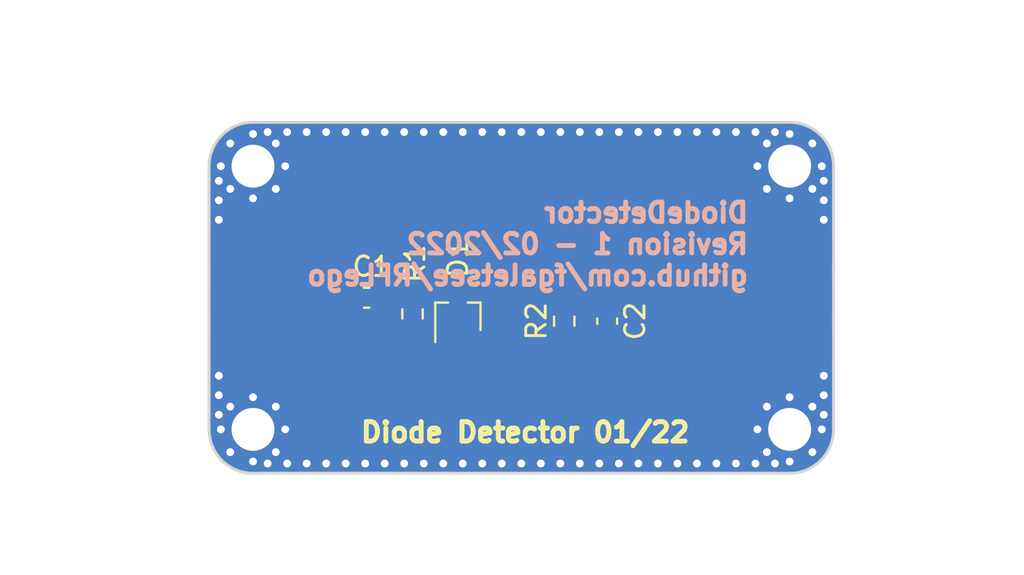
<source format=kicad_pcb>
(kicad_pcb (version 20171130) (host pcbnew "(5.1.8)-1")

  (general
    (thickness 1.6)
    (drawings 36)
    (tracks 76)
    (zones 0)
    (modules 11)
    (nets 5)
  )

  (page A4)
  (layers
    (0 F.Cu signal hide)
    (31 B.Cu signal hide)
    (32 B.Adhes user hide)
    (33 F.Adhes user hide)
    (34 B.Paste user hide)
    (35 F.Paste user hide)
    (36 B.SilkS user)
    (37 F.SilkS user hide)
    (38 B.Mask user hide)
    (39 F.Mask user hide)
    (40 Dwgs.User user)
    (41 Cmts.User user)
    (42 Eco1.User user)
    (43 Eco2.User user)
    (44 Edge.Cuts user)
    (45 Margin user)
    (46 B.CrtYd user)
    (47 F.CrtYd user)
    (48 B.Fab user)
    (49 F.Fab user hide)
  )

  (setup
    (last_trace_width 0.22)
    (trace_clearance 0.2)
    (zone_clearance 0)
    (zone_45_only no)
    (trace_min 0.2)
    (via_size 0.7)
    (via_drill 0.4)
    (via_min_size 0.6)
    (via_min_drill 0.3)
    (uvia_size 0.3)
    (uvia_drill 0.1)
    (uvias_allowed no)
    (uvia_min_size 0.2)
    (uvia_min_drill 0.1)
    (edge_width 0.15)
    (segment_width 0.15)
    (pcb_text_width 0.3)
    (pcb_text_size 1.5 1.5)
    (mod_edge_width 0.15)
    (mod_text_size 1 1)
    (mod_text_width 0.15)
    (pad_size 4.064 1.524)
    (pad_drill 0)
    (pad_to_mask_clearance 0.051)
    (solder_mask_min_width 0.25)
    (aux_axis_origin 100 100)
    (grid_origin 100 100)
    (visible_elements 7FFFFFFF)
    (pcbplotparams
      (layerselection 0x010fc_ffffffff)
      (usegerberextensions false)
      (usegerberattributes false)
      (usegerberadvancedattributes false)
      (creategerberjobfile false)
      (excludeedgelayer true)
      (linewidth 0.100000)
      (plotframeref false)
      (viasonmask false)
      (mode 1)
      (useauxorigin true)
      (hpglpennumber 1)
      (hpglpenspeed 20)
      (hpglpendiameter 15.000000)
      (psnegative false)
      (psa4output false)
      (plotreference true)
      (plotvalue true)
      (plotinvisibletext false)
      (padsonsilk false)
      (subtractmaskfromsilk false)
      (outputformat 1)
      (mirror false)
      (drillshape 0)
      (scaleselection 1)
      (outputdirectory ""))
  )

  (net 0 "")
  (net 1 GND)
  (net 2 "Net-(C2-Pad2)")
  (net 3 /RF_diode_50)
  (net 4 /Rf_in50)

  (net_class Default "This is the default net class."
    (clearance 0.2)
    (trace_width 0.22)
    (via_dia 0.7)
    (via_drill 0.4)
    (uvia_dia 0.3)
    (uvia_drill 0.1)
    (diff_pair_width 0.2)
    (diff_pair_gap 0.2)
    (add_net GND)
    (add_net "Net-(C2-Pad2)")
  )

  (net_class "50 Ohm thin" ""
    (clearance 0.19)
    (trace_width 1)
    (via_dia 0.7)
    (via_drill 0.4)
    (uvia_dia 0.3)
    (uvia_drill 0.1)
    (diff_pair_width 0.2)
    (diff_pair_gap 0.2)
  )

  (net_class 50Ohm ""
    (clearance 0.32)
    (trace_width 1.5)
    (via_dia 0.7)
    (via_drill 0.4)
    (uvia_dia 0.3)
    (uvia_drill 0.1)
    (diff_pair_width 0.2)
    (diff_pair_gap 0.2)
    (add_net /RF_diode_50)
    (add_net /Rf_in50)
  )

  (module MountingHole:MountingHole_2.2mm_M2_Pad_Via (layer F.Cu) (tedit 5C589B5C) (tstamp 5C654A6F)
    (at 102.25 102.25)
    (descr "Mounting Hole 2.2mm, M2")
    (tags "mounting hole 2.2mm m2")
    (path /5C581276)
    (attr virtual)
    (fp_text reference H1 (at 0 -3.2) (layer F.SilkS) hide
      (effects (font (size 1 1) (thickness 0.15)))
    )
    (fp_text value MountingHole_Pad (at 0 3.2) (layer F.Fab)
      (effects (font (size 1 1) (thickness 0.15)))
    )
    (fp_circle (center 0 0) (end 2.45 0) (layer F.CrtYd) (width 0.05))
    (fp_circle (center 0 0) (end 2.2 0) (layer Cmts.User) (width 0.15))
    (fp_text user %R (at 0.3 0) (layer F.Fab)
      (effects (font (size 1 1) (thickness 0.15)))
    )
    (pad 1 thru_hole circle (at 0 0) (size 4.4 4.4) (drill 2.2) (layers *.Cu *.Mask)
      (net 1 GND))
    (pad 1 thru_hole circle (at 1.65 0) (size 0.7 0.7) (drill 0.4) (layers *.Cu *.Mask)
      (net 1 GND))
    (pad 1 thru_hole circle (at 1.166726 1.166726) (size 0.7 0.7) (drill 0.4) (layers *.Cu *.Mask)
      (net 1 GND))
    (pad 1 thru_hole circle (at 0 1.65) (size 0.7 0.7) (drill 0.4) (layers *.Cu *.Mask)
      (net 1 GND))
    (pad 1 thru_hole circle (at -1.166726 1.166726) (size 0.7 0.7) (drill 0.4) (layers *.Cu *.Mask)
      (net 1 GND))
    (pad 1 thru_hole circle (at -1.65 0) (size 0.7 0.7) (drill 0.4) (layers *.Cu *.Mask)
      (net 1 GND))
    (pad 1 thru_hole circle (at -1.166726 -1.166726) (size 0.7 0.7) (drill 0.4) (layers *.Cu *.Mask)
      (net 1 GND))
    (pad 1 thru_hole circle (at 0 -1.65) (size 0.7 0.7) (drill 0.4) (layers *.Cu *.Mask)
      (net 1 GND))
    (pad 1 thru_hole circle (at 1.166726 -1.166726) (size 0.7 0.7) (drill 0.4) (layers *.Cu *.Mask)
      (net 1 GND))
  )

  (module MountingHole:MountingHole_2.2mm_M2_Pad_Via (layer F.Cu) (tedit 5C589B60) (tstamp 5C654BAF)
    (at 102.25 115.75)
    (descr "Mounting Hole 2.2mm, M2")
    (tags "mounting hole 2.2mm m2")
    (path /5C58129C)
    (attr virtual)
    (fp_text reference H2 (at 0 -3.2) (layer F.SilkS) hide
      (effects (font (size 1 1) (thickness 0.15)))
    )
    (fp_text value MountingHole_Pad (at 0 3.2) (layer F.Fab)
      (effects (font (size 1 1) (thickness 0.15)))
    )
    (fp_circle (center 0 0) (end 2.2 0) (layer Cmts.User) (width 0.15))
    (fp_circle (center 0 0) (end 2.45 0) (layer F.CrtYd) (width 0.05))
    (fp_text user %R (at 0.3 0) (layer F.Fab)
      (effects (font (size 1 1) (thickness 0.15)))
    )
    (pad 1 thru_hole circle (at 1.166726 -1.166726) (size 0.7 0.7) (drill 0.4) (layers *.Cu *.Mask)
      (net 1 GND))
    (pad 1 thru_hole circle (at 0 -1.65) (size 0.7 0.7) (drill 0.4) (layers *.Cu *.Mask)
      (net 1 GND))
    (pad 1 thru_hole circle (at -1.166726 -1.166726) (size 0.7 0.7) (drill 0.4) (layers *.Cu *.Mask)
      (net 1 GND))
    (pad 1 thru_hole circle (at -1.65 0) (size 0.7 0.7) (drill 0.4) (layers *.Cu *.Mask)
      (net 1 GND))
    (pad 1 thru_hole circle (at -1.166726 1.166726) (size 0.7 0.7) (drill 0.4) (layers *.Cu *.Mask)
      (net 1 GND))
    (pad 1 thru_hole circle (at 0 1.65) (size 0.7 0.7) (drill 0.4) (layers *.Cu *.Mask)
      (net 1 GND))
    (pad 1 thru_hole circle (at 1.166726 1.166726) (size 0.7 0.7) (drill 0.4) (layers *.Cu *.Mask)
      (net 1 GND))
    (pad 1 thru_hole circle (at 1.65 0) (size 0.7 0.7) (drill 0.4) (layers *.Cu *.Mask)
      (net 1 GND))
    (pad 1 thru_hole circle (at 0 0) (size 4.4 4.4) (drill 2.2) (layers *.Cu *.Mask)
      (net 1 GND))
  )

  (module MountingHole:MountingHole_2.2mm_M2_Pad_Via (layer F.Cu) (tedit 5C589B6A) (tstamp 5C654A8F)
    (at 129.75 102.25)
    (descr "Mounting Hole 2.2mm, M2")
    (tags "mounting hole 2.2mm m2")
    (path /5C589BDE)
    (attr virtual)
    (fp_text reference H3 (at 0 -3.2) (layer F.SilkS) hide
      (effects (font (size 1 1) (thickness 0.15)))
    )
    (fp_text value MountingHole_Pad (at 0 3.2) (layer F.Fab)
      (effects (font (size 1 1) (thickness 0.15)))
    )
    (fp_circle (center 0 0) (end 2.45 0) (layer F.CrtYd) (width 0.05))
    (fp_circle (center 0 0) (end 2.2 0) (layer Cmts.User) (width 0.15))
    (fp_text user %R (at 0.3 0) (layer F.Fab)
      (effects (font (size 1 1) (thickness 0.15)))
    )
    (pad 1 thru_hole circle (at 0 0) (size 4.4 4.4) (drill 2.2) (layers *.Cu *.Mask)
      (net 1 GND))
    (pad 1 thru_hole circle (at 1.65 0) (size 0.7 0.7) (drill 0.4) (layers *.Cu *.Mask)
      (net 1 GND))
    (pad 1 thru_hole circle (at 1.166726 1.166726) (size 0.7 0.7) (drill 0.4) (layers *.Cu *.Mask)
      (net 1 GND))
    (pad 1 thru_hole circle (at 0 1.65) (size 0.7 0.7) (drill 0.4) (layers *.Cu *.Mask)
      (net 1 GND))
    (pad 1 thru_hole circle (at -1.166726 1.166726) (size 0.7 0.7) (drill 0.4) (layers *.Cu *.Mask)
      (net 1 GND))
    (pad 1 thru_hole circle (at -1.65 0) (size 0.7 0.7) (drill 0.4) (layers *.Cu *.Mask)
      (net 1 GND))
    (pad 1 thru_hole circle (at -1.166726 -1.166726) (size 0.7 0.7) (drill 0.4) (layers *.Cu *.Mask)
      (net 1 GND))
    (pad 1 thru_hole circle (at 0 -1.65) (size 0.7 0.7) (drill 0.4) (layers *.Cu *.Mask)
      (net 1 GND))
    (pad 1 thru_hole circle (at 1.166726 -1.166726) (size 0.7 0.7) (drill 0.4) (layers *.Cu *.Mask)
      (net 1 GND))
  )

  (module MountingHole:MountingHole_2.2mm_M2_Pad_Via (layer F.Cu) (tedit 5C589B67) (tstamp 5C654A9F)
    (at 129.75 115.75)
    (descr "Mounting Hole 2.2mm, M2")
    (tags "mounting hole 2.2mm m2")
    (path /5C589CB1)
    (attr virtual)
    (fp_text reference H4 (at 0 -3.2) (layer F.SilkS) hide
      (effects (font (size 1 1) (thickness 0.15)))
    )
    (fp_text value MountingHole_Pad (at 0 3.2) (layer F.Fab)
      (effects (font (size 1 1) (thickness 0.15)))
    )
    (fp_circle (center 0 0) (end 2.2 0) (layer Cmts.User) (width 0.15))
    (fp_circle (center 0 0) (end 2.45 0) (layer F.CrtYd) (width 0.05))
    (fp_text user %R (at 0.3 0) (layer F.Fab)
      (effects (font (size 1 1) (thickness 0.15)))
    )
    (pad 1 thru_hole circle (at 1.166726 -1.166726) (size 0.7 0.7) (drill 0.4) (layers *.Cu *.Mask)
      (net 1 GND))
    (pad 1 thru_hole circle (at 0 -1.65) (size 0.7 0.7) (drill 0.4) (layers *.Cu *.Mask)
      (net 1 GND))
    (pad 1 thru_hole circle (at -1.166726 -1.166726) (size 0.7 0.7) (drill 0.4) (layers *.Cu *.Mask)
      (net 1 GND))
    (pad 1 thru_hole circle (at -1.65 0) (size 0.7 0.7) (drill 0.4) (layers *.Cu *.Mask)
      (net 1 GND))
    (pad 1 thru_hole circle (at -1.166726 1.166726) (size 0.7 0.7) (drill 0.4) (layers *.Cu *.Mask)
      (net 1 GND))
    (pad 1 thru_hole circle (at 0 1.65) (size 0.7 0.7) (drill 0.4) (layers *.Cu *.Mask)
      (net 1 GND))
    (pad 1 thru_hole circle (at 1.166726 1.166726) (size 0.7 0.7) (drill 0.4) (layers *.Cu *.Mask)
      (net 1 GND))
    (pad 1 thru_hole circle (at 1.65 0) (size 0.7 0.7) (drill 0.4) (layers *.Cu *.Mask)
      (net 1 GND))
    (pad 1 thru_hole circle (at 0 0) (size 4.4 4.4) (drill 2.2) (layers *.Cu *.Mask)
      (net 1 GND))
  )

  (module RFLego_Footprint:SMA_Edge (layer F.Cu) (tedit 5C589B63) (tstamp 5C654AA8)
    (at 100 109)
    (path /5C58165C)
    (fp_text reference J1 (at 2.1336 4.6482) (layer F.SilkS) hide
      (effects (font (size 1 1) (thickness 0.15)))
    )
    (fp_text value SMA (at 1.27 6.35) (layer F.Fab) hide
      (effects (font (size 1 1) (thickness 0.15)))
    )
    (pad 1 smd rect (at 2.032 0) (size 4.064 1.524) (layers F.Cu F.Mask)
      (net 4 /Rf_in50))
    (pad 2 smd rect (at 2.032 -2.54) (size 4.064 1.524) (layers F.Cu F.Mask)
      (net 1 GND))
    (pad 2 smd rect (at 2.032 2.54) (size 4.064 1.524) (layers B.Cu B.Mask)
      (net 1 GND))
    (pad 2 smd rect (at 2.032 -2.54) (size 4.064 1.524) (layers B.Cu B.Mask)
      (net 1 GND))
    (pad 2 smd rect (at 2.032 2.54) (size 4.064 1.524) (layers F.Cu F.Mask)
      (net 1 GND))
  )

  (module RFLego_Footprint:SMA_Edge (layer F.Cu) (tedit 5C58AA95) (tstamp 5C654AB1)
    (at 127.968 109)
    (path /5C581B40)
    (fp_text reference J2 (at 2.1336 4.6482) (layer F.SilkS) hide
      (effects (font (size 1 1) (thickness 0.15)))
    )
    (fp_text value SMA (at 1.27 6.35) (layer F.Fab) hide
      (effects (font (size 1 1) (thickness 0.15)))
    )
    (pad 2 smd rect (at 2.032 2.54) (size 4.064 1.524) (layers F.Cu F.Mask)
      (net 1 GND))
    (pad 2 smd rect (at 2.032 -2.54) (size 4.064 1.524) (layers B.Cu B.Mask)
      (net 1 GND))
    (pad 2 smd rect (at 2.032 2.54) (size 4.064 1.524) (layers B.Cu B.Mask)
      (net 1 GND))
    (pad 2 smd rect (at 2.032 -2.54) (size 4.064 1.524) (layers F.Cu F.Mask)
      (net 1 GND))
    (pad 1 smd rect (at 2.032 0) (size 4.064 1.524) (layers F.Cu F.Mask)
      (net 2 "Net-(C2-Pad2)"))
  )

  (module Capacitor_SMD:C_0603_1608Metric (layer F.Cu) (tedit 5F68FEEE) (tstamp 61DB6394)
    (at 108.075 109 180)
    (descr "Capacitor SMD 0603 (1608 Metric), square (rectangular) end terminal, IPC_7351 nominal, (Body size source: IPC-SM-782 page 76, https://www.pcb-3d.com/wordpress/wp-content/uploads/ipc-sm-782a_amendment_1_and_2.pdf), generated with kicad-footprint-generator")
    (tags capacitor)
    (path /61DBCF74)
    (attr smd)
    (fp_text reference C1 (at -0.25 1.6) (layer F.SilkS)
      (effects (font (size 1 1) (thickness 0.15)))
    )
    (fp_text value C (at 0 1.43) (layer F.Fab)
      (effects (font (size 1 1) (thickness 0.15)))
    )
    (fp_line (start 1.48 0.73) (end -1.48 0.73) (layer F.CrtYd) (width 0.05))
    (fp_line (start 1.48 -0.73) (end 1.48 0.73) (layer F.CrtYd) (width 0.05))
    (fp_line (start -1.48 -0.73) (end 1.48 -0.73) (layer F.CrtYd) (width 0.05))
    (fp_line (start -1.48 0.73) (end -1.48 -0.73) (layer F.CrtYd) (width 0.05))
    (fp_line (start -0.14058 0.51) (end 0.14058 0.51) (layer F.SilkS) (width 0.12))
    (fp_line (start -0.14058 -0.51) (end 0.14058 -0.51) (layer F.SilkS) (width 0.12))
    (fp_line (start 0.8 0.4) (end -0.8 0.4) (layer F.Fab) (width 0.1))
    (fp_line (start 0.8 -0.4) (end 0.8 0.4) (layer F.Fab) (width 0.1))
    (fp_line (start -0.8 -0.4) (end 0.8 -0.4) (layer F.Fab) (width 0.1))
    (fp_line (start -0.8 0.4) (end -0.8 -0.4) (layer F.Fab) (width 0.1))
    (fp_text user %R (at 0 0) (layer F.Fab)
      (effects (font (size 0.4 0.4) (thickness 0.06)))
    )
    (pad 1 smd roundrect (at -0.775 0 180) (size 0.9 0.95) (layers F.Cu F.Paste F.Mask) (roundrect_rratio 0.25)
      (net 3 /RF_diode_50))
    (pad 2 smd roundrect (at 0.775 0 180) (size 0.9 0.95) (layers F.Cu F.Paste F.Mask) (roundrect_rratio 0.25)
      (net 4 /Rf_in50))
    (model ${KISYS3DMOD}/Capacitor_SMD.3dshapes/C_0603_1608Metric.wrl
      (at (xyz 0 0 0))
      (scale (xyz 1 1 1))
      (rotate (xyz 0 0 0))
    )
  )

  (module Capacitor_SMD:C_0603_1608Metric (layer F.Cu) (tedit 5F68FEEE) (tstamp 61DB63A5)
    (at 120.4 110.2 270)
    (descr "Capacitor SMD 0603 (1608 Metric), square (rectangular) end terminal, IPC_7351 nominal, (Body size source: IPC-SM-782 page 76, https://www.pcb-3d.com/wordpress/wp-content/uploads/ipc-sm-782a_amendment_1_and_2.pdf), generated with kicad-footprint-generator")
    (tags capacitor)
    (path /61DBD6C3)
    (attr smd)
    (fp_text reference C2 (at 0 -1.43 90) (layer F.SilkS)
      (effects (font (size 1 1) (thickness 0.15)))
    )
    (fp_text value C (at 0 1.43 90) (layer F.Fab)
      (effects (font (size 1 1) (thickness 0.15)))
    )
    (fp_text user %R (at 0 0 90) (layer F.Fab)
      (effects (font (size 0.4 0.4) (thickness 0.06)))
    )
    (fp_line (start -0.8 0.4) (end -0.8 -0.4) (layer F.Fab) (width 0.1))
    (fp_line (start -0.8 -0.4) (end 0.8 -0.4) (layer F.Fab) (width 0.1))
    (fp_line (start 0.8 -0.4) (end 0.8 0.4) (layer F.Fab) (width 0.1))
    (fp_line (start 0.8 0.4) (end -0.8 0.4) (layer F.Fab) (width 0.1))
    (fp_line (start -0.14058 -0.51) (end 0.14058 -0.51) (layer F.SilkS) (width 0.12))
    (fp_line (start -0.14058 0.51) (end 0.14058 0.51) (layer F.SilkS) (width 0.12))
    (fp_line (start -1.48 0.73) (end -1.48 -0.73) (layer F.CrtYd) (width 0.05))
    (fp_line (start -1.48 -0.73) (end 1.48 -0.73) (layer F.CrtYd) (width 0.05))
    (fp_line (start 1.48 -0.73) (end 1.48 0.73) (layer F.CrtYd) (width 0.05))
    (fp_line (start 1.48 0.73) (end -1.48 0.73) (layer F.CrtYd) (width 0.05))
    (pad 2 smd roundrect (at 0.775 0 270) (size 0.9 0.95) (layers F.Cu F.Paste F.Mask) (roundrect_rratio 0.25)
      (net 2 "Net-(C2-Pad2)"))
    (pad 1 smd roundrect (at -0.775 0 270) (size 0.9 0.95) (layers F.Cu F.Paste F.Mask) (roundrect_rratio 0.25)
      (net 1 GND))
    (model ${KISYS3DMOD}/Capacitor_SMD.3dshapes/C_0603_1608Metric.wrl
      (at (xyz 0 0 0))
      (scale (xyz 1 1 1))
      (rotate (xyz 0 0 0))
    )
  )

  (module Package_TO_SOT_SMD:SOT-323_SC-70 (layer F.Cu) (tedit 5A02FF57) (tstamp 61DB63BA)
    (at 112.75 109.975 90)
    (descr "SOT-323, SC-70")
    (tags "SOT-323 SC-70")
    (path /61DB83CC)
    (attr smd)
    (fp_text reference D1 (at 2.975 0 90) (layer F.SilkS)
      (effects (font (size 1 1) (thickness 0.15)))
    )
    (fp_text value BAT15-04W (at -0.05 2.05 90) (layer F.Fab)
      (effects (font (size 1 1) (thickness 0.15)))
    )
    (fp_line (start -0.18 -1.1) (end -0.68 -0.6) (layer F.Fab) (width 0.1))
    (fp_line (start 0.67 1.1) (end -0.68 1.1) (layer F.Fab) (width 0.1))
    (fp_line (start 0.67 -1.1) (end 0.67 1.1) (layer F.Fab) (width 0.1))
    (fp_line (start -0.68 -0.6) (end -0.68 1.1) (layer F.Fab) (width 0.1))
    (fp_line (start 0.67 -1.1) (end -0.18 -1.1) (layer F.Fab) (width 0.1))
    (fp_line (start -0.68 1.16) (end 0.73 1.16) (layer F.SilkS) (width 0.12))
    (fp_line (start 0.73 -1.16) (end -1.3 -1.16) (layer F.SilkS) (width 0.12))
    (fp_line (start -1.7 1.3) (end -1.7 -1.3) (layer F.CrtYd) (width 0.05))
    (fp_line (start -1.7 -1.3) (end 1.7 -1.3) (layer F.CrtYd) (width 0.05))
    (fp_line (start 1.7 -1.3) (end 1.7 1.3) (layer F.CrtYd) (width 0.05))
    (fp_line (start 1.7 1.3) (end -1.7 1.3) (layer F.CrtYd) (width 0.05))
    (fp_line (start 0.73 -1.16) (end 0.73 -0.5) (layer F.SilkS) (width 0.12))
    (fp_line (start 0.73 0.5) (end 0.73 1.16) (layer F.SilkS) (width 0.12))
    (fp_text user %R (at 0 0) (layer F.Fab)
      (effects (font (size 0.5 0.5) (thickness 0.075)))
    )
    (pad 1 smd rect (at -1 -0.65) (size 0.45 0.7) (layers F.Cu F.Paste F.Mask)
      (net 1 GND))
    (pad 2 smd rect (at -1 0.65) (size 0.45 0.7) (layers F.Cu F.Paste F.Mask)
      (net 2 "Net-(C2-Pad2)"))
    (pad 3 smd rect (at 1 0) (size 0.45 0.7) (layers F.Cu F.Paste F.Mask)
      (net 3 /RF_diode_50))
    (model ${KISYS3DMOD}/Package_TO_SOT_SMD.3dshapes/SOT-323_SC-70.wrl
      (at (xyz 0 0 0))
      (scale (xyz 1 1 1))
      (rotate (xyz 0 0 0))
    )
  )

  (module Resistor_SMD:R_0603_1608Metric (layer F.Cu) (tedit 5F68FEEE) (tstamp 61DB63CB)
    (at 110.425 109.825 270)
    (descr "Resistor SMD 0603 (1608 Metric), square (rectangular) end terminal, IPC_7351 nominal, (Body size source: IPC-SM-782 page 72, https://www.pcb-3d.com/wordpress/wp-content/uploads/ipc-sm-782a_amendment_1_and_2.pdf), generated with kicad-footprint-generator")
    (tags resistor)
    (path /61DBE6B7)
    (attr smd)
    (fp_text reference R1 (at -2.575 -0.125 90) (layer F.SilkS)
      (effects (font (size 1 1) (thickness 0.15)))
    )
    (fp_text value 50 (at 0 1.43 90) (layer F.Fab)
      (effects (font (size 1 1) (thickness 0.15)))
    )
    (fp_text user %R (at 0 0 90) (layer F.Fab)
      (effects (font (size 0.4 0.4) (thickness 0.06)))
    )
    (fp_line (start -0.8 0.4125) (end -0.8 -0.4125) (layer F.Fab) (width 0.1))
    (fp_line (start -0.8 -0.4125) (end 0.8 -0.4125) (layer F.Fab) (width 0.1))
    (fp_line (start 0.8 -0.4125) (end 0.8 0.4125) (layer F.Fab) (width 0.1))
    (fp_line (start 0.8 0.4125) (end -0.8 0.4125) (layer F.Fab) (width 0.1))
    (fp_line (start -0.237258 -0.5225) (end 0.237258 -0.5225) (layer F.SilkS) (width 0.12))
    (fp_line (start -0.237258 0.5225) (end 0.237258 0.5225) (layer F.SilkS) (width 0.12))
    (fp_line (start -1.48 0.73) (end -1.48 -0.73) (layer F.CrtYd) (width 0.05))
    (fp_line (start -1.48 -0.73) (end 1.48 -0.73) (layer F.CrtYd) (width 0.05))
    (fp_line (start 1.48 -0.73) (end 1.48 0.73) (layer F.CrtYd) (width 0.05))
    (fp_line (start 1.48 0.73) (end -1.48 0.73) (layer F.CrtYd) (width 0.05))
    (pad 2 smd roundrect (at 0.825 0 270) (size 0.8 0.95) (layers F.Cu F.Paste F.Mask) (roundrect_rratio 0.25)
      (net 1 GND))
    (pad 1 smd roundrect (at -0.825 0 270) (size 0.8 0.95) (layers F.Cu F.Paste F.Mask) (roundrect_rratio 0.25)
      (net 3 /RF_diode_50))
    (model ${KISYS3DMOD}/Resistor_SMD.3dshapes/R_0603_1608Metric.wrl
      (at (xyz 0 0 0))
      (scale (xyz 1 1 1))
      (rotate (xyz 0 0 0))
    )
  )

  (module Resistor_SMD:R_0603_1608Metric (layer F.Cu) (tedit 5F68FEEE) (tstamp 61DB6735)
    (at 118.2 110.2 90)
    (descr "Resistor SMD 0603 (1608 Metric), square (rectangular) end terminal, IPC_7351 nominal, (Body size source: IPC-SM-782 page 72, https://www.pcb-3d.com/wordpress/wp-content/uploads/ipc-sm-782a_amendment_1_and_2.pdf), generated with kicad-footprint-generator")
    (tags resistor)
    (path /61DBE07C)
    (attr smd)
    (fp_text reference R2 (at 0 -1.43 90) (layer F.SilkS)
      (effects (font (size 1 1) (thickness 0.15)))
    )
    (fp_text value R (at 0 1.43 90) (layer F.Fab)
      (effects (font (size 1 1) (thickness 0.15)))
    )
    (fp_line (start 1.48 0.73) (end -1.48 0.73) (layer F.CrtYd) (width 0.05))
    (fp_line (start 1.48 -0.73) (end 1.48 0.73) (layer F.CrtYd) (width 0.05))
    (fp_line (start -1.48 -0.73) (end 1.48 -0.73) (layer F.CrtYd) (width 0.05))
    (fp_line (start -1.48 0.73) (end -1.48 -0.73) (layer F.CrtYd) (width 0.05))
    (fp_line (start -0.237258 0.5225) (end 0.237258 0.5225) (layer F.SilkS) (width 0.12))
    (fp_line (start -0.237258 -0.5225) (end 0.237258 -0.5225) (layer F.SilkS) (width 0.12))
    (fp_line (start 0.8 0.4125) (end -0.8 0.4125) (layer F.Fab) (width 0.1))
    (fp_line (start 0.8 -0.4125) (end 0.8 0.4125) (layer F.Fab) (width 0.1))
    (fp_line (start -0.8 -0.4125) (end 0.8 -0.4125) (layer F.Fab) (width 0.1))
    (fp_line (start -0.8 0.4125) (end -0.8 -0.4125) (layer F.Fab) (width 0.1))
    (fp_text user %R (at 0 0 90) (layer F.Fab)
      (effects (font (size 0.4 0.4) (thickness 0.06)))
    )
    (pad 1 smd roundrect (at -0.825 0 90) (size 0.8 0.95) (layers F.Cu F.Paste F.Mask) (roundrect_rratio 0.25)
      (net 2 "Net-(C2-Pad2)"))
    (pad 2 smd roundrect (at 0.825 0 90) (size 0.8 0.95) (layers F.Cu F.Paste F.Mask) (roundrect_rratio 0.25)
      (net 1 GND))
    (model ${KISYS3DMOD}/Resistor_SMD.3dshapes/R_0603_1608Metric.wrl
      (at (xyz 0 0 0))
      (scale (xyz 1 1 1))
      (rotate (xyz 0 0 0))
    )
  )

  (gr_text "Diode Detector 01/22\n" (at 116.2 115.9) (layer F.SilkS)
    (effects (font (size 1 1) (thickness 0.25)))
  )
  (dimension 18 (width 0.3) (layer Cmts.User)
    (gr_text "18.000 mm" (at 139.85 109 270) (layer Cmts.User)
      (effects (font (size 1.5 1.5) (thickness 0.3)))
    )
    (feature1 (pts (xy 129.75 118) (xy 138.336421 118)))
    (feature2 (pts (xy 129.75 100) (xy 138.336421 100)))
    (crossbar (pts (xy 137.75 100) (xy 137.75 118)))
    (arrow1a (pts (xy 137.75 118) (xy 137.163579 116.873496)))
    (arrow1b (pts (xy 137.75 118) (xy 138.336421 116.873496)))
    (arrow2a (pts (xy 137.75 100) (xy 137.163579 101.126504)))
    (arrow2b (pts (xy 137.75 100) (xy 138.336421 101.126504)))
  )
  (dimension 32 (width 0.3) (layer Cmts.User)
    (gr_text "32.000 mm" (at 116 124.6) (layer Cmts.User)
      (effects (font (size 1.5 1.5) (thickness 0.3)))
    )
    (feature1 (pts (xy 132 115.75) (xy 132 123.086421)))
    (feature2 (pts (xy 100 115.75) (xy 100 123.086421)))
    (crossbar (pts (xy 100 122.5) (xy 132 122.5)))
    (arrow1a (pts (xy 132 122.5) (xy 130.873496 123.086421)))
    (arrow1b (pts (xy 132 122.5) (xy 130.873496 121.913579)))
    (arrow2a (pts (xy 100 122.5) (xy 101.126504 123.086421)))
    (arrow2b (pts (xy 100 122.5) (xy 101.126504 121.913579)))
  )
  (dimension 2.25 (width 0.25) (layer Dwgs.User)
    (gr_text "2.25 mm" (at 93 116.875 90) (layer Dwgs.User)
      (effects (font (size 1 1) (thickness 0.25)))
    )
    (feature1 (pts (xy 102.25 115.75) (xy 93.913579 115.75)))
    (feature2 (pts (xy 102.25 118) (xy 93.913579 118)))
    (crossbar (pts (xy 94.5 118) (xy 94.5 115.75)))
    (arrow1a (pts (xy 94.5 115.75) (xy 95.086421 116.876504)))
    (arrow1b (pts (xy 94.5 115.75) (xy 93.913579 116.876504)))
    (arrow2a (pts (xy 94.5 118) (xy 95.086421 116.873496)))
    (arrow2b (pts (xy 94.5 118) (xy 93.913579 116.873496)))
  )
  (dimension 13.5 (width 0.25) (layer Dwgs.User)
    (gr_text "13.50 mm" (at 93 109 90) (layer Dwgs.User)
      (effects (font (size 1 1) (thickness 0.25)))
    )
    (feature1 (pts (xy 102.25 102.25) (xy 93.913579 102.25)))
    (feature2 (pts (xy 102.25 115.75) (xy 93.913579 115.75)))
    (crossbar (pts (xy 94.5 115.75) (xy 94.5 102.25)))
    (arrow1a (pts (xy 94.5 102.25) (xy 95.086421 103.376504)))
    (arrow1b (pts (xy 94.5 102.25) (xy 93.913579 103.376504)))
    (arrow2a (pts (xy 94.5 115.75) (xy 95.086421 114.623496)))
    (arrow2b (pts (xy 94.5 115.75) (xy 93.913579 114.623496)))
  )
  (dimension 2.25 (width 0.25) (layer Dwgs.User)
    (gr_text "2.25 mm" (at 93 101.125 90) (layer Dwgs.User)
      (effects (font (size 1 1) (thickness 0.25)))
    )
    (feature1 (pts (xy 102.25 100) (xy 93.913579 100)))
    (feature2 (pts (xy 102.25 102.25) (xy 93.913579 102.25)))
    (crossbar (pts (xy 94.5 102.25) (xy 94.5 100)))
    (arrow1a (pts (xy 94.5 100) (xy 95.086421 101.126504)))
    (arrow1b (pts (xy 94.5 100) (xy 93.913579 101.126504)))
    (arrow2a (pts (xy 94.5 102.25) (xy 95.086421 101.123496)))
    (arrow2b (pts (xy 94.5 102.25) (xy 93.913579 101.123496)))
  )
  (dimension 27.5 (width 0.25) (layer Dwgs.User)
    (gr_text "27.500 mm" (at 116 94.5) (layer Dwgs.User)
      (effects (font (size 1 1) (thickness 0.25)))
    )
    (feature1 (pts (xy 102.25 102.25) (xy 102.25 95.413579)))
    (feature2 (pts (xy 129.75 102.25) (xy 129.75 95.413579)))
    (crossbar (pts (xy 129.75 96) (xy 102.25 96)))
    (arrow1a (pts (xy 102.25 96) (xy 103.376504 95.413579)))
    (arrow1b (pts (xy 102.25 96) (xy 103.376504 96.586421)))
    (arrow2a (pts (xy 129.75 96) (xy 128.623496 95.413579)))
    (arrow2b (pts (xy 129.75 96) (xy 128.623496 96.586421)))
  )
  (dimension 2.25 (width 0.25) (layer Dwgs.User)
    (gr_text "2.250 mm" (at 130.875 94.5) (layer Dwgs.User)
      (effects (font (size 1 1) (thickness 0.25)))
    )
    (feature1 (pts (xy 132 102.25) (xy 132 95.413579)))
    (feature2 (pts (xy 129.75 102.25) (xy 129.75 95.413579)))
    (crossbar (pts (xy 129.75 96) (xy 132 96)))
    (arrow1a (pts (xy 132 96) (xy 130.873496 96.586421)))
    (arrow1b (pts (xy 132 96) (xy 130.873496 95.413579)))
    (arrow2a (pts (xy 129.75 96) (xy 130.876504 96.586421)))
    (arrow2b (pts (xy 129.75 96) (xy 130.876504 95.413579)))
  )
  (dimension 2.25 (width 0.25) (layer Dwgs.User)
    (gr_text "2.250 mm" (at 101.125 94.5) (layer Dwgs.User)
      (effects (font (size 1 1) (thickness 0.25)))
    )
    (feature1 (pts (xy 100 102.25) (xy 100 95.413579)))
    (feature2 (pts (xy 102.25 102.25) (xy 102.25 95.413579)))
    (crossbar (pts (xy 102.25 96) (xy 100 96)))
    (arrow1a (pts (xy 100 96) (xy 101.126504 95.413579)))
    (arrow1b (pts (xy 100 96) (xy 101.126504 96.586421)))
    (arrow2a (pts (xy 102.25 96) (xy 101.123496 95.413579)))
    (arrow2b (pts (xy 102.25 96) (xy 101.123496 96.586421)))
  )
  (gr_line (start 132 111.73) (end 132 115.75) (layer F.Mask) (width 2) (tstamp 5C7683BB))
  (gr_line (start 100 111.73) (end 100 115.75) (layer F.Mask) (width 2) (tstamp 5C76830C))
  (gr_text "DiodeDetector\nRevision 1 - 02/2022\ngithub.com/fgaletsee/RFLego" (at 127.75 106.25) (layer B.SilkS)
    (effects (font (size 1 1) (thickness 0.25)) (justify left mirror))
  )
  (gr_arc (start 102.25 115.75) (end 100 115.75) (angle -90) (layer Edge.Cuts) (width 0.15) (tstamp 5C655021))
  (gr_arc (start 102.25 115.75) (end 100 115.75) (angle -90) (layer F.Mask) (width 2) (tstamp 5C655021))
  (gr_arc (start 102.25 102.25) (end 102.25 100) (angle -90) (layer B.Mask) (width 2) (tstamp 5C655021))
  (gr_arc (start 102.25 102.25) (end 102.25 100) (angle -90) (layer F.Mask) (width 2) (tstamp 5C655021))
  (gr_arc (start 129.75 102.25) (end 132 102.25) (angle -90) (layer B.Mask) (width 2) (tstamp 5C654FA2))
  (gr_arc (start 129.75 102.25) (end 132 102.25) (angle -90) (layer F.Mask) (width 2) (tstamp 5C654FA2))
  (gr_arc (start 129.75 115.75) (end 129.75 118) (angle -90) (layer B.Mask) (width 2) (tstamp 5C654FA2))
  (gr_arc (start 129.75 115.75) (end 129.75 118) (angle -90) (layer Edge.Cuts) (width 0.15) (tstamp 5C654FA2))
  (gr_line (start 132 102.25) (end 132 115.75) (layer B.Mask) (width 2) (tstamp 5C654F60))
  (gr_line (start 132 102.25) (end 132 115.75) (layer Edge.Cuts) (width 0.15) (tstamp 5C654F60))
  (gr_line (start 100 102.25) (end 100 115.75) (layer B.Mask) (width 2) (tstamp 5C654F60))
  (gr_line (start 100 102.25) (end 100 106.27) (layer F.Mask) (width 2) (tstamp 5C654F60))
  (gr_line (start 102.25 118) (end 129.75 118) (layer B.Mask) (width 2) (tstamp 5C654E91))
  (gr_line (start 102.25 118) (end 129.75 118) (layer F.Mask) (width 2) (tstamp 5C654E91))
  (gr_line (start 102.25 100) (end 129.75 100) (layer B.Mask) (width 2) (tstamp 5C654E91))
  (gr_line (start 102.25 100) (end 129.75 100) (layer Edge.Cuts) (width 0.15) (tstamp 5C654E91))
  (gr_arc (start 129.75 115.75) (end 129.75 118) (angle -90) (layer F.Mask) (width 2))
  (gr_arc (start 129.75 102.25) (end 132 102.25) (angle -90) (layer Edge.Cuts) (width 0.15))
  (gr_arc (start 102.25 102.25) (end 102.25 100) (angle -90) (layer Edge.Cuts) (width 0.15))
  (gr_arc (start 102.25 115.75) (end 100 115.75) (angle -90) (layer B.Mask) (width 2))
  (gr_line (start 132 102.25) (end 132 106.27) (layer F.Mask) (width 2))
  (gr_line (start 102.25 118) (end 129.75 118) (layer Edge.Cuts) (width 0.15))
  (gr_line (start 100 102.25) (end 100 115.75) (layer Edge.Cuts) (width 0.15))
  (gr_line (start 102.25 100) (end 129.75 100) (layer F.Mask) (width 2))

  (via (at 131.5 115) (size 0.7) (drill 0.4) (layers F.Cu B.Cu) (net 1) (status 30))
  (via (at 131.5 103) (size 0.7) (drill 0.4) (layers F.Cu B.Cu) (net 1) (status 30))
  (via (at 129 100.5) (size 0.7) (drill 0.4) (layers F.Cu B.Cu) (net 1) (status 30))
  (via (at 103 100.5) (size 0.7) (drill 0.4) (layers F.Cu B.Cu) (net 1) (status 30))
  (via (at 100.5 103) (size 0.7) (drill 0.4) (layers F.Cu B.Cu) (net 1) (status 30))
  (via (at 100.5 115) (size 0.7) (drill 0.4) (layers F.Cu B.Cu) (net 1) (status 30))
  (via (at 129 117.5) (size 0.7) (drill 0.4) (layers F.Cu B.Cu) (net 1) (status 30))
  (via (at 128 117.5) (size 0.7) (drill 0.4) (layers F.Cu B.Cu) (net 1))
  (via (at 127 117.5) (size 0.7) (drill 0.4) (layers F.Cu B.Cu) (net 1))
  (via (at 126 117.5) (size 0.7) (drill 0.4) (layers F.Cu B.Cu) (net 1))
  (via (at 125 117.5) (size 0.7) (drill 0.4) (layers F.Cu B.Cu) (net 1))
  (via (at 124 117.5) (size 0.7) (drill 0.4) (layers F.Cu B.Cu) (net 1))
  (via (at 123 117.5) (size 0.7) (drill 0.4) (layers F.Cu B.Cu) (net 1))
  (via (at 122 117.5) (size 0.7) (drill 0.4) (layers F.Cu B.Cu) (net 1))
  (via (at 121 117.5) (size 0.7) (drill 0.4) (layers F.Cu B.Cu) (net 1))
  (via (at 120 117.5) (size 0.7) (drill 0.4) (layers F.Cu B.Cu) (net 1))
  (via (at 119 117.5) (size 0.7) (drill 0.4) (layers F.Cu B.Cu) (net 1))
  (via (at 118 117.5) (size 0.7) (drill 0.4) (layers F.Cu B.Cu) (net 1))
  (via (at 117 117.5) (size 0.7) (drill 0.4) (layers F.Cu B.Cu) (net 1))
  (via (at 116 117.5) (size 0.7) (drill 0.4) (layers F.Cu B.Cu) (net 1))
  (via (at 115 117.5) (size 0.7) (drill 0.4) (layers F.Cu B.Cu) (net 1))
  (via (at 114 117.5) (size 0.7) (drill 0.4) (layers F.Cu B.Cu) (net 1))
  (via (at 113 117.5) (size 0.7) (drill 0.4) (layers F.Cu B.Cu) (net 1))
  (via (at 112 117.5) (size 0.7) (drill 0.4) (layers F.Cu B.Cu) (net 1))
  (via (at 111 117.5) (size 0.7) (drill 0.4) (layers F.Cu B.Cu) (net 1))
  (via (at 110 117.5) (size 0.7) (drill 0.4) (layers F.Cu B.Cu) (net 1))
  (via (at 109 117.5) (size 0.7) (drill 0.4) (layers F.Cu B.Cu) (net 1))
  (via (at 108 117.5) (size 0.7) (drill 0.4) (layers F.Cu B.Cu) (net 1))
  (via (at 107 117.5) (size 0.7) (drill 0.4) (layers F.Cu B.Cu) (net 1))
  (via (at 106 117.5) (size 0.7) (drill 0.4) (layers F.Cu B.Cu) (net 1))
  (via (at 105 117.5) (size 0.7) (drill 0.4) (layers F.Cu B.Cu) (net 1))
  (via (at 104 117.5) (size 0.7) (drill 0.4) (layers F.Cu B.Cu) (net 1))
  (via (at 103 117.5) (size 0.7) (drill 0.4) (layers F.Cu B.Cu) (net 1) (status 30))
  (via (at 100.5 114) (size 0.7) (drill 0.4) (layers F.Cu B.Cu) (net 1))
  (via (at 100.5 104) (size 0.7) (drill 0.4) (layers F.Cu B.Cu) (net 1))
  (via (at 104 100.5) (size 0.7) (drill 0.4) (layers F.Cu B.Cu) (net 1))
  (via (at 105 100.5) (size 0.7) (drill 0.4) (layers F.Cu B.Cu) (net 1))
  (via (at 106 100.5) (size 0.7) (drill 0.4) (layers F.Cu B.Cu) (net 1))
  (via (at 107 100.5) (size 0.7) (drill 0.4) (layers F.Cu B.Cu) (net 1))
  (via (at 108 100.5) (size 0.7) (drill 0.4) (layers F.Cu B.Cu) (net 1))
  (via (at 109 100.5) (size 0.7) (drill 0.4) (layers F.Cu B.Cu) (net 1))
  (via (at 110 100.5) (size 0.7) (drill 0.4) (layers F.Cu B.Cu) (net 1))
  (via (at 111 100.5) (size 0.7) (drill 0.4) (layers F.Cu B.Cu) (net 1))
  (via (at 112 100.5) (size 0.7) (drill 0.4) (layers F.Cu B.Cu) (net 1))
  (via (at 113 100.5) (size 0.7) (drill 0.4) (layers F.Cu B.Cu) (net 1))
  (via (at 114 100.5) (size 0.7) (drill 0.4) (layers F.Cu B.Cu) (net 1))
  (via (at 115 100.5) (size 0.7) (drill 0.4) (layers F.Cu B.Cu) (net 1))
  (via (at 116 100.5) (size 0.7) (drill 0.4) (layers F.Cu B.Cu) (net 1))
  (via (at 117 100.5) (size 0.7) (drill 0.4) (layers F.Cu B.Cu) (net 1))
  (via (at 118 100.5) (size 0.7) (drill 0.4) (layers F.Cu B.Cu) (net 1))
  (via (at 119 100.5) (size 0.7) (drill 0.4) (layers F.Cu B.Cu) (net 1))
  (via (at 120 100.5) (size 0.7) (drill 0.4) (layers F.Cu B.Cu) (net 1))
  (via (at 121 100.5) (size 0.7) (drill 0.4) (layers F.Cu B.Cu) (net 1))
  (via (at 122 100.5) (size 0.7) (drill 0.4) (layers F.Cu B.Cu) (net 1))
  (via (at 123 100.5) (size 0.7) (drill 0.4) (layers F.Cu B.Cu) (net 1))
  (via (at 124 100.5) (size 0.7) (drill 0.4) (layers F.Cu B.Cu) (net 1))
  (via (at 125 100.5) (size 0.7) (drill 0.4) (layers F.Cu B.Cu) (net 1))
  (via (at 126 100.5) (size 0.7) (drill 0.4) (layers F.Cu B.Cu) (net 1))
  (via (at 127 100.5) (size 0.7) (drill 0.4) (layers F.Cu B.Cu) (net 1))
  (via (at 128 100.5) (size 0.7) (drill 0.4) (layers F.Cu B.Cu) (net 1))
  (via (at 131.5 104) (size 0.7) (drill 0.4) (layers F.Cu B.Cu) (net 1))
  (via (at 131.5 114) (size 0.7) (drill 0.4) (layers F.Cu B.Cu) (net 1))
  (via (at 100.5 105) (size 0.7) (drill 0.4) (layers F.Cu B.Cu) (net 1))
  (via (at 100.5 113) (size 0.7) (drill 0.4) (layers F.Cu B.Cu) (net 1))
  (via (at 131.5 113) (size 0.7) (drill 0.4) (layers F.Cu B.Cu) (net 1))
  (via (at 131.5 105) (size 0.7) (drill 0.4) (layers F.Cu B.Cu) (net 1))
  (segment (start 118.25 110.975) (end 118.2 111.025) (width 0.22) (layer F.Cu) (net 2) (status 30))
  (segment (start 120.4 110.975) (end 118.25 110.975) (width 0.22) (layer F.Cu) (net 2) (status 30))
  (segment (start 122.375 109) (end 130 109) (width 0.22) (layer F.Cu) (net 2) (status 20))
  (segment (start 120.4 110.975) (end 122.375 109) (width 0.22) (layer F.Cu) (net 2) (status 10))
  (segment (start 113.45 111.025) (end 113.4 110.975) (width 0.22) (layer F.Cu) (net 2))
  (segment (start 118.2 111.025) (end 113.45 111.025) (width 0.22) (layer F.Cu) (net 2))
  (segment (start 110.425 109) (end 109.12001 109) (width 1.5) (layer F.Cu) (net 3))
  (segment (start 110.45 108.975) (end 110.425 109) (width 1.5) (layer F.Cu) (net 3))
  (segment (start 112.75 108.975) (end 110.45 108.975) (width 1.5) (layer F.Cu) (net 3))
  (segment (start 102.032 109) (end 107.3 109) (width 1.5) (layer F.Cu) (net 4) (status 30))

  (zone (net 1) (net_name GND) (layer F.Cu) (tstamp 61DB6B8D) (hatch edge 0.508)
    (connect_pads yes (clearance 0))
    (min_thickness 0.254)
    (fill yes (arc_segments 16) (thermal_gap 0.508) (thermal_bridge_width 0.508))
    (polygon
      (pts
        (xy 132 118) (xy 100 118) (xy 100 100) (xy 132 100)
      )
    )
    (filled_polygon
      (pts
        (xy 130.147602 100.241954) (xy 130.530066 100.357426) (xy 130.882809 100.544983) (xy 131.192407 100.797486) (xy 131.447068 101.105317)
        (xy 131.637083 101.456744) (xy 131.755221 101.838388) (xy 131.797982 102.245225) (xy 131.798 102.250422) (xy 131.798 107.909418)
        (xy 127.968 107.909418) (xy 127.903897 107.915732) (xy 127.842257 107.93443) (xy 127.78545 107.964794) (xy 127.735657 108.005657)
        (xy 127.694794 108.05545) (xy 127.66443 108.112257) (xy 127.645732 108.173897) (xy 127.639418 108.238) (xy 127.639418 108.563)
        (xy 122.396455 108.563) (xy 122.375 108.560887) (xy 122.353545 108.563) (xy 122.353535 108.563) (xy 122.289333 108.569323)
        (xy 122.206958 108.594312) (xy 122.131041 108.63489) (xy 122.0645 108.6895) (xy 122.050819 108.70617) (xy 120.560572 110.196418)
        (xy 120.15 110.196418) (xy 120.042002 110.207055) (xy 119.938153 110.238557) (xy 119.842446 110.289713) (xy 119.758558 110.358558)
        (xy 119.689713 110.442446) (xy 119.638639 110.538) (xy 118.918062 110.538) (xy 118.9145 110.531336) (xy 118.848764 110.451236)
        (xy 118.768664 110.3855) (xy 118.67728 110.336654) (xy 118.578121 110.306575) (xy 118.475 110.296418) (xy 117.925 110.296418)
        (xy 117.821879 110.306575) (xy 117.72272 110.336654) (xy 117.631336 110.3855) (xy 117.551236 110.451236) (xy 117.4855 110.531336)
        (xy 117.455212 110.588) (xy 113.949938 110.588) (xy 113.947268 110.560897) (xy 113.92857 110.499257) (xy 113.898206 110.44245)
        (xy 113.857343 110.392657) (xy 113.80755 110.351794) (xy 113.750743 110.32143) (xy 113.689103 110.302732) (xy 113.625 110.296418)
        (xy 113.175 110.296418) (xy 113.110897 110.302732) (xy 113.049257 110.32143) (xy 112.99245 110.351794) (xy 112.942657 110.392657)
        (xy 112.901794 110.44245) (xy 112.87143 110.499257) (xy 112.852732 110.560897) (xy 112.846418 110.625) (xy 112.846418 111.325)
        (xy 112.852732 111.389103) (xy 112.87143 111.450743) (xy 112.901794 111.50755) (xy 112.942657 111.557343) (xy 112.99245 111.598206)
        (xy 113.049257 111.62857) (xy 113.110897 111.647268) (xy 113.175 111.653582) (xy 113.625 111.653582) (xy 113.689103 111.647268)
        (xy 113.750743 111.62857) (xy 113.80755 111.598206) (xy 113.857343 111.557343) (xy 113.898206 111.50755) (xy 113.922553 111.462)
        (xy 117.455212 111.462) (xy 117.4855 111.518664) (xy 117.551236 111.598764) (xy 117.631336 111.6645) (xy 117.72272 111.713346)
        (xy 117.821879 111.743425) (xy 117.925 111.753582) (xy 118.475 111.753582) (xy 118.578121 111.743425) (xy 118.67728 111.713346)
        (xy 118.768664 111.6645) (xy 118.848764 111.598764) (xy 118.9145 111.518664) (xy 118.963346 111.42728) (xy 118.967981 111.412)
        (xy 119.638639 111.412) (xy 119.689713 111.507554) (xy 119.758558 111.591442) (xy 119.842446 111.660287) (xy 119.938153 111.711443)
        (xy 120.042002 111.742945) (xy 120.15 111.753582) (xy 120.65 111.753582) (xy 120.757998 111.742945) (xy 120.861847 111.711443)
        (xy 120.957554 111.660287) (xy 121.041442 111.591442) (xy 121.110287 111.507554) (xy 121.161443 111.411847) (xy 121.192945 111.307998)
        (xy 121.203582 111.2) (xy 121.203582 110.789428) (xy 122.556011 109.437) (xy 127.639418 109.437) (xy 127.639418 109.762)
        (xy 127.645732 109.826103) (xy 127.66443 109.887743) (xy 127.694794 109.94455) (xy 127.735657 109.994343) (xy 127.78545 110.035206)
        (xy 127.842257 110.06557) (xy 127.903897 110.084268) (xy 127.968 110.090582) (xy 131.798001 110.090582) (xy 131.798001 115.740109)
        (xy 131.758046 116.147602) (xy 131.642575 116.530062) (xy 131.455018 116.882807) (xy 131.202512 117.19241) (xy 130.894683 117.447068)
        (xy 130.543256 117.637083) (xy 130.161611 117.755222) (xy 129.754775 117.797982) (xy 129.749579 117.798) (xy 102.25988 117.798)
        (xy 101.852398 117.758046) (xy 101.469938 117.642575) (xy 101.117193 117.455018) (xy 100.80759 117.202512) (xy 100.552932 116.894683)
        (xy 100.362917 116.543256) (xy 100.244778 116.161611) (xy 100.202018 115.754775) (xy 100.202 115.749579) (xy 100.202 110.211162)
        (xy 104.064 110.211162) (xy 104.151627 110.202531) (xy 104.169861 110.197) (xy 107.358798 110.197) (xy 107.534653 110.17968)
        (xy 107.760288 110.111234) (xy 107.968235 110.000084) (xy 108.150502 109.850502) (xy 108.210005 109.777997) (xy 108.269508 109.850502)
        (xy 108.451775 110.000084) (xy 108.659722 110.111234) (xy 108.885357 110.17968) (xy 109.061212 110.197) (xy 110.366205 110.197)
        (xy 110.425 110.202791) (xy 110.483795 110.197) (xy 110.483798 110.197) (xy 110.659653 110.17968) (xy 110.68497 110.172)
        (xy 112.808798 110.172) (xy 112.984653 110.15468) (xy 113.210288 110.086234) (xy 113.418235 109.975084) (xy 113.600502 109.825502)
        (xy 113.750084 109.643235) (xy 113.861234 109.435288) (xy 113.92968 109.209653) (xy 113.952791 108.975) (xy 113.92968 108.740347)
        (xy 113.861234 108.514712) (xy 113.750084 108.306765) (xy 113.600502 108.124498) (xy 113.418235 107.974916) (xy 113.210288 107.863766)
        (xy 112.984653 107.79532) (xy 112.808798 107.778) (xy 110.508794 107.778) (xy 110.449999 107.772209) (xy 110.391204 107.778)
        (xy 110.391202 107.778) (xy 110.215347 107.79532) (xy 110.19003 107.803) (xy 109.061212 107.803) (xy 108.885357 107.82032)
        (xy 108.659722 107.888766) (xy 108.451775 107.999916) (xy 108.269508 108.149498) (xy 108.210005 108.222003) (xy 108.150502 108.149498)
        (xy 107.968235 107.999916) (xy 107.760288 107.888766) (xy 107.534653 107.82032) (xy 107.358798 107.803) (xy 104.169861 107.803)
        (xy 104.151627 107.797469) (xy 104.064 107.788838) (xy 100.202 107.788838) (xy 100.202 102.25988) (xy 100.241954 101.852398)
        (xy 100.357426 101.469934) (xy 100.544983 101.117191) (xy 100.797486 100.807593) (xy 101.105317 100.552932) (xy 101.456744 100.362917)
        (xy 101.838388 100.244779) (xy 102.245225 100.202018) (xy 102.250421 100.202) (xy 129.74012 100.202)
      )
    )
  )
  (zone (net 1) (net_name GND) (layer B.Cu) (tstamp 61DB6B8A) (hatch edge 0.508)
    (connect_pads yes (clearance 0))
    (min_thickness 0.254)
    (fill yes (arc_segments 16) (thermal_gap 0.508) (thermal_bridge_width 0.508))
    (polygon
      (pts
        (xy 100 100) (xy 132 100) (xy 132 118) (xy 100 118)
      )
    )
    (filled_polygon
      (pts
        (xy 130.147602 100.241954) (xy 130.530066 100.357426) (xy 130.882809 100.544983) (xy 131.192407 100.797486) (xy 131.447068 101.105317)
        (xy 131.637083 101.456744) (xy 131.755221 101.838388) (xy 131.797982 102.245225) (xy 131.798 102.250422) (xy 131.798001 115.740109)
        (xy 131.758046 116.147602) (xy 131.642575 116.530062) (xy 131.455018 116.882807) (xy 131.202512 117.19241) (xy 130.894683 117.447068)
        (xy 130.543256 117.637083) (xy 130.161611 117.755222) (xy 129.754775 117.797982) (xy 129.749579 117.798) (xy 102.25988 117.798)
        (xy 101.852398 117.758046) (xy 101.469938 117.642575) (xy 101.117193 117.455018) (xy 100.80759 117.202512) (xy 100.552932 116.894683)
        (xy 100.362917 116.543256) (xy 100.244778 116.161611) (xy 100.202018 115.754775) (xy 100.202 115.749579) (xy 100.202 102.25988)
        (xy 100.241954 101.852398) (xy 100.357426 101.469934) (xy 100.544983 101.117191) (xy 100.797486 100.807593) (xy 101.105317 100.552932)
        (xy 101.456744 100.362917) (xy 101.838388 100.244779) (xy 102.245225 100.202018) (xy 102.250421 100.202) (xy 129.74012 100.202)
      )
    )
  )
)

</source>
